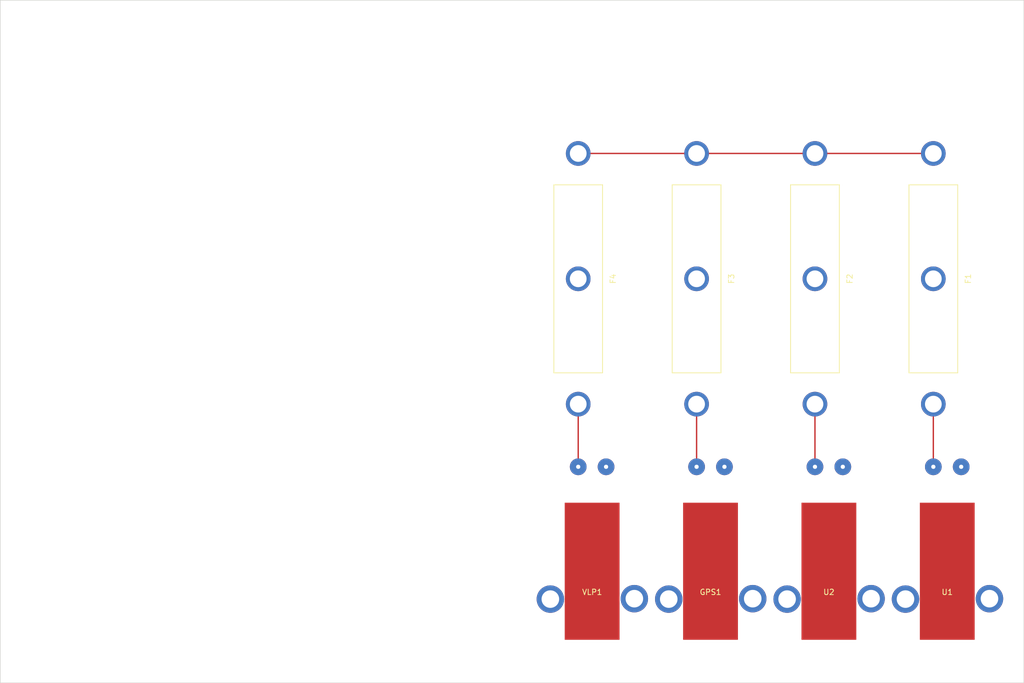
<source format=kicad_pcb>
(kicad_pcb (version 4) (host pcbnew 4.0.7-e2-6376~58~ubuntu16.04.1)

  (general
    (links 10)
    (no_connects 5)
    (area 0 0 0 0)
    (thickness 1.6)
    (drawings 4)
    (tracks 5)
    (zones 0)
    (modules 8)
    (nets 7)
  )

  (page A4)
  (layers
    (0 F.Cu signal)
    (31 B.Cu signal)
    (32 B.Adhes user)
    (33 F.Adhes user)
    (34 B.Paste user)
    (35 F.Paste user)
    (36 B.SilkS user)
    (37 F.SilkS user)
    (38 B.Mask user)
    (39 F.Mask user)
    (40 Dwgs.User user)
    (41 Cmts.User user)
    (42 Eco1.User user)
    (43 Eco2.User user)
    (44 Edge.Cuts user)
    (45 Margin user)
    (46 B.CrtYd user)
    (47 F.CrtYd user)
    (48 B.Fab user)
    (49 F.Fab user)
  )

  (setup
    (last_trace_width 0.25)
    (trace_clearance 0.2)
    (zone_clearance 0.508)
    (zone_45_only no)
    (trace_min 0.2)
    (segment_width 0.2)
    (edge_width 0.1)
    (via_size 0.6)
    (via_drill 0.4)
    (via_min_size 0.4)
    (via_min_drill 0.3)
    (uvia_size 0.3)
    (uvia_drill 0.1)
    (uvias_allowed no)
    (uvia_min_size 0.2)
    (uvia_min_drill 0.1)
    (pcb_text_width 0.3)
    (pcb_text_size 1.5 1.5)
    (mod_edge_width 0.15)
    (mod_text_size 1 1)
    (mod_text_width 0.15)
    (pad_size 1.5 1.5)
    (pad_drill 0.6)
    (pad_to_mask_clearance 0)
    (aux_axis_origin 0 0)
    (visible_elements FFFFFF7F)
    (pcbplotparams
      (layerselection 0x00030_80000001)
      (usegerberextensions false)
      (excludeedgelayer true)
      (linewidth 0.100000)
      (plotframeref false)
      (viasonmask false)
      (mode 1)
      (useauxorigin false)
      (hpglpennumber 1)
      (hpglpenspeed 20)
      (hpglpendiameter 15)
      (hpglpenoverlay 2)
      (psnegative false)
      (psa4output false)
      (plotreference true)
      (plotvalue true)
      (plotinvisibletext false)
      (padsonsilk false)
      (subtractmaskfromsilk false)
      (outputformat 1)
      (mirror false)
      (drillshape 0)
      (scaleselection 1)
      (outputdirectory ""))
  )

  (net 0 "")
  (net 1 "Net-(F3-Pad1)")
  (net 2 GND)
  (net 3 "Net-(F1-Pad1)")
  (net 4 "Net-(F2-Pad1)")
  (net 5 "Net-(F4-Pad1)")
  (net 6 VCC)

  (net_class Default "This is the default net class."
    (clearance 0.2)
    (trace_width 0.25)
    (via_dia 0.6)
    (via_drill 0.4)
    (uvia_dia 0.3)
    (uvia_drill 0.1)
    (add_net GND)
    (add_net "Net-(F1-Pad1)")
    (add_net "Net-(F2-Pad1)")
    (add_net "Net-(F3-Pad1)")
    (add_net "Net-(F4-Pad1)")
    (add_net VCC)
  )

  (module myfootprint:bridge_ELP2V_GPS (layer F.Cu) (tedit 5B6972EA) (tstamp 5B697CEC)
    (at 162.56 137.16)
    (path /5B6994B7)
    (fp_text reference GPS1 (at 0 3.81) (layer F.SilkS)
      (effects (font (size 1 1) (thickness 0.15)))
    )
    (fp_text value A100smart_antenna (at 0 -3.81) (layer F.Fab)
      (effects (font (size 1 1) (thickness 0.15)))
    )
    (pad "" np_thru_hole circle (at 7.7 5) (size 5 5) (drill 3.2) (layers *.Cu *.Mask))
    (pad "" np_thru_hole circle (at -7.62 5.08) (size 5 5) (drill 3.2) (layers *.Cu *.Mask))
    (pad "" connect rect (at 0 0) (size 10 25) (layers F.Cu F.Mask))
    (pad 10 thru_hole circle (at -2.54 -19.05) (size 3.048 3.048) (drill 0.762) (layers *.Mask F.Cu)
      (net 1 "Net-(F3-Pad1)"))
    (pad 11 thru_hole circle (at 2.54 -19.05) (size 3.048 3.048) (drill 0.762) (layers *.Mask B.Cu)
      (net 2 GND))
  )

  (module myfootprint:bridge_ELP2V (layer F.Cu) (tedit 5B69712A) (tstamp 5B697CF5)
    (at 205.74 137.16)
    (path /5B699049)
    (fp_text reference U1 (at 0 3.81) (layer F.SilkS)
      (effects (font (size 1 1) (thickness 0.15)))
    )
    (fp_text value UTM-30-LX-EW (at 0 -3.81) (layer F.Fab)
      (effects (font (size 1 1) (thickness 0.15)))
    )
    (pad "" np_thru_hole circle (at 7.7 5) (size 5 5) (drill 3.2) (layers *.Cu *.Mask))
    (pad "" np_thru_hole circle (at -7.62 5.08) (size 5 5) (drill 3.2) (layers *.Cu *.Mask))
    (pad "" connect rect (at 0 0) (size 10 25) (layers F.Cu F.Mask))
    (pad 1 thru_hole circle (at -2.54 -19.05) (size 3.048 3.048) (drill 0.762) (layers *.Mask F.Cu)
      (net 3 "Net-(F1-Pad1)"))
    (pad 2 thru_hole circle (at 2.54 -19.05) (size 3.048 3.048) (drill 0.762) (layers *.Mask B.Cu)
      (net 2 GND))
  )

  (module myfootprint:bridge_ELP2V (layer F.Cu) (tedit 5B69712A) (tstamp 5B697CFE)
    (at 184.15 137.16)
    (path /5B699115)
    (fp_text reference U2 (at 0 3.81) (layer F.SilkS)
      (effects (font (size 1 1) (thickness 0.15)))
    )
    (fp_text value UTM-30-LX-EW (at 0 -3.81) (layer F.Fab)
      (effects (font (size 1 1) (thickness 0.15)))
    )
    (pad "" np_thru_hole circle (at 7.7 5) (size 5 5) (drill 3.2) (layers *.Cu *.Mask))
    (pad "" np_thru_hole circle (at -7.62 5.08) (size 5 5) (drill 3.2) (layers *.Cu *.Mask))
    (pad "" connect rect (at 0 0) (size 10 25) (layers F.Cu F.Mask))
    (pad 1 thru_hole circle (at -2.54 -19.05) (size 3.048 3.048) (drill 0.762) (layers *.Mask F.Cu)
      (net 4 "Net-(F2-Pad1)"))
    (pad 2 thru_hole circle (at 2.54 -19.05) (size 3.048 3.048) (drill 0.762) (layers *.Mask B.Cu)
      (net 2 GND))
  )

  (module myfootprint:bridge_ELP2V_VLP (layer F.Cu) (tedit 5B697364) (tstamp 5B697D07)
    (at 140.97 137.16)
    (path /5B699928)
    (fp_text reference VLP1 (at 0 3.81) (layer F.SilkS)
      (effects (font (size 1 1) (thickness 0.15)))
    )
    (fp_text value VLP-16 (at 0 -3.81) (layer F.Fab)
      (effects (font (size 1 1) (thickness 0.15)))
    )
    (pad "" np_thru_hole circle (at 7.7 5) (size 5 5) (drill 3.2) (layers *.Cu *.Mask))
    (pad "" np_thru_hole circle (at -7.62 5.08) (size 5 5) (drill 3.2) (layers *.Cu *.Mask))
    (pad "" connect rect (at 0 0) (size 10 25) (layers F.Cu F.Mask))
    (pad 2 thru_hole circle (at -2.54 -19.05) (size 3.048 3.048) (drill 0.762) (layers *.Mask F.Cu)
      (net 5 "Net-(F4-Pad1)"))
    (pad 1 thru_hole circle (at 2.54 -19.05) (size 3.048 3.048) (drill 0.762) (layers *.Mask B.Cu)
      (net 2 GND))
  )

  (module myfootprint:Fuse_holder_new (layer F.Cu) (tedit 5B698AE6) (tstamp 5B697CE3)
    (at 143.51 83.82 270)
    (path /5B472A2D)
    (fp_text reference F4 (at 0 -1.27 270) (layer F.SilkS)
      (effects (font (size 1 1) (thickness 0.15)))
    )
    (fp_text value Fuse (at 0 -2.54 270) (layer F.Fab)
      (effects (font (size 1 1) (thickness 0.15)))
    )
    (fp_line (start -17.145 0.635) (end 17.145 0.635) (layer F.SilkS) (width 0.15))
    (fp_line (start 17.145 0.635) (end 17.145 9.525) (layer F.SilkS) (width 0.15))
    (fp_line (start 17.145 9.525) (end -17.145 9.525) (layer F.SilkS) (width 0.15))
    (fp_line (start -17.145 9.525) (end -17.145 0.635) (layer F.SilkS) (width 0.15))
    (pad "" np_thru_hole circle (at 0 5.08 270) (size 4.5 4.5) (drill 3.048) (layers *.Cu *.Mask))
    (pad 1 thru_hole circle (at 22.86 5.08 270) (size 4.5 4.5) (drill 3.048) (layers *.Mask F.Cu)
      (net 5 "Net-(F4-Pad1)"))
    (pad 2 thru_hole circle (at -22.86 5.08 270) (size 4.5 4.5) (drill 3.048) (layers *.Mask F.Cu)
      (net 6 VCC))
  )

  (module myfootprint:Fuse_holder_new (layer F.Cu) (tedit 5B698AE6) (tstamp 5B697CDD)
    (at 165.1 83.82 270)
    (path /5B472A03)
    (fp_text reference F3 (at 0 -1.27 270) (layer F.SilkS)
      (effects (font (size 1 1) (thickness 0.15)))
    )
    (fp_text value Fuse (at 0 -2.54 270) (layer F.Fab)
      (effects (font (size 1 1) (thickness 0.15)))
    )
    (fp_line (start -17.145 0.635) (end 17.145 0.635) (layer F.SilkS) (width 0.15))
    (fp_line (start 17.145 0.635) (end 17.145 9.525) (layer F.SilkS) (width 0.15))
    (fp_line (start 17.145 9.525) (end -17.145 9.525) (layer F.SilkS) (width 0.15))
    (fp_line (start -17.145 9.525) (end -17.145 0.635) (layer F.SilkS) (width 0.15))
    (pad "" np_thru_hole circle (at 0 5.08 270) (size 4.5 4.5) (drill 3.048) (layers *.Cu *.Mask))
    (pad 1 thru_hole circle (at 22.86 5.08 270) (size 4.5 4.5) (drill 3.048) (layers *.Mask F.Cu)
      (net 1 "Net-(F3-Pad1)"))
    (pad 2 thru_hole circle (at -22.86 5.08 270) (size 4.5 4.5) (drill 3.048) (layers *.Mask F.Cu)
      (net 6 VCC))
  )

  (module myfootprint:Fuse_holder_new (layer F.Cu) (tedit 5B698AE6) (tstamp 5B697CD7)
    (at 186.69 83.82 270)
    (path /5B47290C)
    (fp_text reference F2 (at 0 -1.27 270) (layer F.SilkS)
      (effects (font (size 1 1) (thickness 0.15)))
    )
    (fp_text value Fuse (at 0 -2.54 270) (layer F.Fab)
      (effects (font (size 1 1) (thickness 0.15)))
    )
    (fp_line (start -17.145 0.635) (end 17.145 0.635) (layer F.SilkS) (width 0.15))
    (fp_line (start 17.145 0.635) (end 17.145 9.525) (layer F.SilkS) (width 0.15))
    (fp_line (start 17.145 9.525) (end -17.145 9.525) (layer F.SilkS) (width 0.15))
    (fp_line (start -17.145 9.525) (end -17.145 0.635) (layer F.SilkS) (width 0.15))
    (pad "" np_thru_hole circle (at 0 5.08 270) (size 4.5 4.5) (drill 3.048) (layers *.Cu *.Mask))
    (pad 1 thru_hole circle (at 22.86 5.08 270) (size 4.5 4.5) (drill 3.048) (layers *.Mask F.Cu)
      (net 4 "Net-(F2-Pad1)"))
    (pad 2 thru_hole circle (at -22.86 5.08 270) (size 4.5 4.5) (drill 3.048) (layers *.Mask F.Cu)
      (net 6 VCC))
  )

  (module myfootprint:Fuse_holder_new (layer F.Cu) (tedit 5B698AE6) (tstamp 5B697CD1)
    (at 208.28 83.82 270)
    (path /5B4729B5)
    (fp_text reference F1 (at 0 -1.27 270) (layer F.SilkS)
      (effects (font (size 1 1) (thickness 0.15)))
    )
    (fp_text value Fuse (at 0 -2.54 270) (layer F.Fab)
      (effects (font (size 1 1) (thickness 0.15)))
    )
    (fp_line (start -17.145 0.635) (end 17.145 0.635) (layer F.SilkS) (width 0.15))
    (fp_line (start 17.145 0.635) (end 17.145 9.525) (layer F.SilkS) (width 0.15))
    (fp_line (start 17.145 9.525) (end -17.145 9.525) (layer F.SilkS) (width 0.15))
    (fp_line (start -17.145 9.525) (end -17.145 0.635) (layer F.SilkS) (width 0.15))
    (pad "" np_thru_hole circle (at 0 5.08 270) (size 4.5 4.5) (drill 3.048) (layers *.Cu *.Mask))
    (pad 1 thru_hole circle (at 22.86 5.08 270) (size 4.5 4.5) (drill 3.048) (layers *.Mask F.Cu)
      (net 3 "Net-(F1-Pad1)"))
    (pad 2 thru_hole circle (at -22.86 5.08 270) (size 4.5 4.5) (drill 3.048) (layers *.Mask F.Cu)
      (net 6 VCC))
  )

  (gr_line (start 33.02 157.48) (end 219.71 157.48) (angle 90) (layer Edge.Cuts) (width 0.1))
  (gr_line (start 33.02 33.02) (end 33.02 157.48) (angle 90) (layer Edge.Cuts) (width 0.1))
  (gr_line (start 219.71 33.02) (end 33.02 33.02) (angle 90) (layer Edge.Cuts) (width 0.1))
  (gr_line (start 219.71 157.48) (end 219.71 33.02) (angle 90) (layer Edge.Cuts) (width 0.1))

  (segment (start 160.02 118.11) (end 160.02 106.68) (width 0.25) (layer F.Cu) (net 1))
  (segment (start 203.2 118.11) (end 203.2 106.68) (width 0.25) (layer F.Cu) (net 3))
  (segment (start 181.61 106.68) (end 181.61 118.11) (width 0.25) (layer F.Cu) (net 4))
  (segment (start 138.43 118.11) (end 138.43 106.68) (width 0.25) (layer F.Cu) (net 5))
  (segment (start 138.43 60.96) (end 203.2 60.96) (width 0.25) (layer F.Cu) (net 6) (status C00000))

)

</source>
